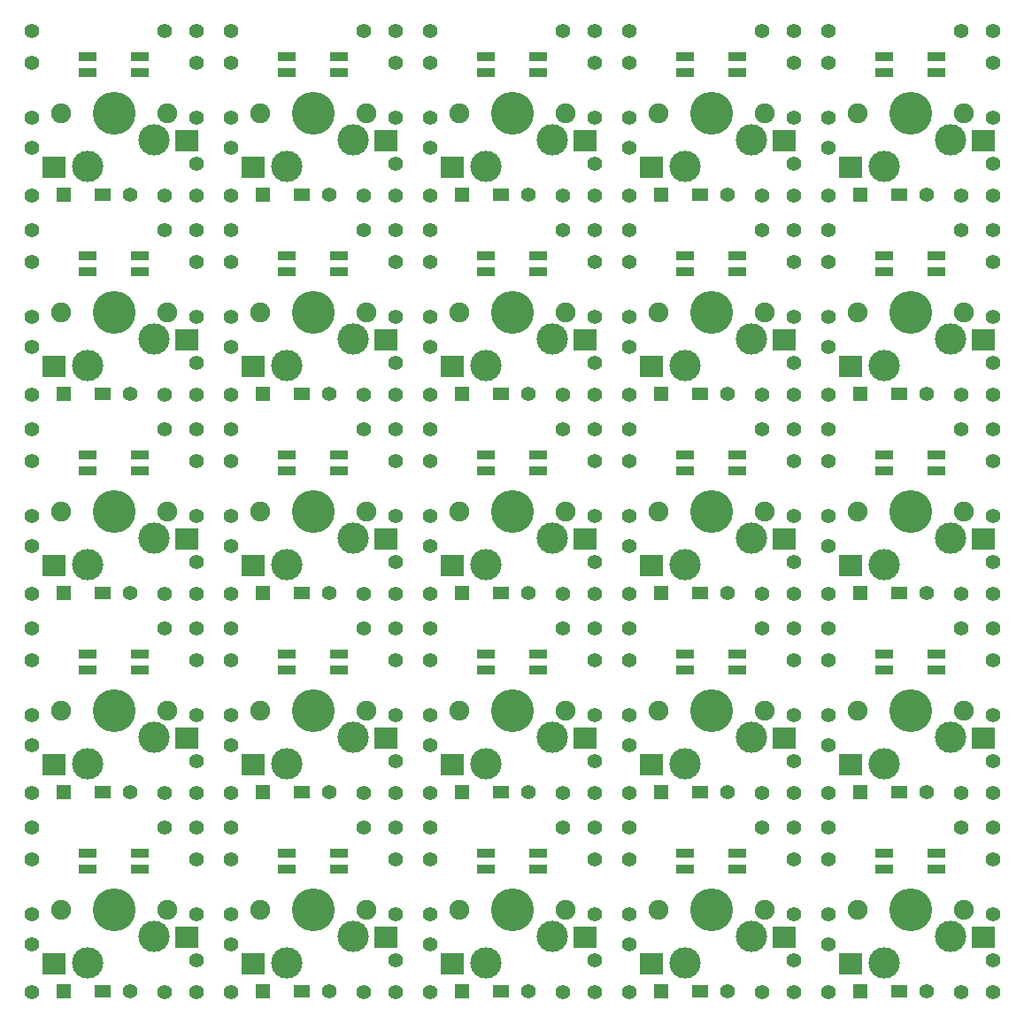
<source format=gbs>
%TF.GenerationSoftware,KiCad,Pcbnew,(6.0.0-0)*%
%TF.CreationDate,2022-01-01T10:49:50+00:00*%
%TF.ProjectId,Sarcodina,53617263-6f64-4696-9e61-2e6b69636164,rev?*%
%TF.SameCoordinates,Original*%
%TF.FileFunction,Soldermask,Bot*%
%TF.FilePolarity,Negative*%
%FSLAX46Y46*%
G04 Gerber Fmt 4.6, Leading zero omitted, Abs format (unit mm)*
G04 Created by KiCad (PCBNEW (6.0.0-0)) date 2022-01-01 10:49:50*
%MOMM*%
%LPD*%
G01*
G04 APERTURE LIST*
%ADD10C,1.397000*%
%ADD11C,1.900000*%
%ADD12C,3.000000*%
%ADD13C,4.100000*%
%ADD14R,2.300000X2.000000*%
%ADD15R,1.400000X1.400000*%
%ADD16C,1.400000*%
%ADD17R,1.600000X1.200000*%
%ADD18R,1.800000X0.820000*%
G04 APERTURE END LIST*
D10*
%TO.C,65*%
X90678000Y-95504000D03*
%TD*%
%TO.C,*%
X109728000Y-49276000D03*
%TD*%
%TO.C,\u002A\u002A81*%
X106426000Y-77978000D03*
%TD*%
%TO.C,\u002A\u002A48*%
X90678000Y-46228000D03*
%TD*%
%TO.C,\u002A\u002A11*%
X106426000Y-39878000D03*
%TD*%
%TO.C,\u002A\u002A37*%
X84328000Y-61976000D03*
%TD*%
%TO.C,\u002A\u002A23*%
X141478000Y-42926000D03*
%TD*%
%TO.C,\u002A\u002A50*%
X109728000Y-61976000D03*
%TD*%
%TO.C,\u002A\u002A114*%
X103378000Y-100076000D03*
%TD*%
%TO.C,\u002A\u002A156*%
X122428000Y-119126000D03*
%TD*%
%TO.C,62*%
X71628000Y-92583000D03*
%TD*%
%TO.C,\u002A\u002A62*%
X128778000Y-46228000D03*
%TD*%
%TO.C,\u002A\u002A5*%
X87376000Y-30226000D03*
%TD*%
%TO.C,\u002A\u002A140*%
X68326000Y-103378000D03*
%TD*%
%TO.C,\u002A\u002A153*%
X90678000Y-103378000D03*
%TD*%
%TO.C,\u002A\u002A*%
X68326000Y-30226000D03*
%TD*%
%TO.C,\u002A\u002A167*%
X128778000Y-103378000D03*
%TD*%
%TO.C,\u002A\u002A88*%
X125476000Y-77978000D03*
%TD*%
%TO.C,*%
X52578000Y-49276000D03*
%TD*%
%TO.C,\u002A\u002A109*%
X87376000Y-97028000D03*
%TD*%
%TO.C,\u002A\u002A19*%
X125476000Y-30226000D03*
%TD*%
%TO.C,\u002A\u002A123*%
X125476000Y-97028000D03*
%TD*%
%TO.C,96*%
X141478000Y-103378000D03*
%TD*%
%TO.C,\u002A\u002A166*%
X144526000Y-106426000D03*
%TD*%
%TO.C,\u002A\u002A69*%
X52578000Y-65278000D03*
%TD*%
D11*
%TO.C,SW22*%
X84582000Y-111252000D03*
X74422000Y-111252000D03*
D12*
X76962000Y-116332000D03*
X83312000Y-113792000D03*
D13*
X79502000Y-111252000D03*
D14*
X86502000Y-113832000D03*
X73802000Y-116372000D03*
%TD*%
D13*
%TO.C,SW15*%
X136652000Y-73152000D03*
D11*
X141732000Y-73152000D03*
D12*
X134112000Y-78232000D03*
X140462000Y-75692000D03*
D11*
X131572000Y-73152000D03*
D14*
X143652000Y-75732000D03*
X130952000Y-78272000D03*
%TD*%
D10*
%TO.C,\u002A\u002A38*%
X87376000Y-61976000D03*
%TD*%
%TO.C,\u002A\u002A47*%
X106426000Y-49276000D03*
%TD*%
%TO.C,33*%
X128778000Y-57404000D03*
%TD*%
%TO.C,91*%
X125476000Y-111633000D03*
%TD*%
%TO.C,\u002A\u002A157*%
X125476000Y-119126000D03*
%TD*%
%TO.C,\u002A\u002A144*%
X87376000Y-116078000D03*
%TD*%
%TO.C,\u002A\u002A129*%
X144526000Y-100076000D03*
%TD*%
%TO.C,\u002A\u002A82*%
X106426000Y-68326000D03*
%TD*%
%TO.C,*%
X128778000Y-106426000D03*
%TD*%
%TO.C,*%
X52578000Y-38354000D03*
%TD*%
%TO.C,\u002A\u002A2*%
X84328000Y-42926000D03*
%TD*%
%TO.C,\u002A\u002A91*%
X125476000Y-65278000D03*
%TD*%
%TO.C,\u002A\u002A147*%
X87376000Y-103378000D03*
%TD*%
%TO.C,\u002A\u002A52*%
X125476000Y-61976000D03*
%TD*%
%TO.C,63*%
X87376000Y-92583000D03*
%TD*%
%TO.C,\u002A\u002A71*%
X71628000Y-81026000D03*
%TD*%
%TO.C,*%
X90678000Y-49276000D03*
%TD*%
%TO.C,87*%
X106426000Y-111633000D03*
%TD*%
%TO.C,\u002A\u002A143*%
X87376000Y-119126000D03*
%TD*%
D15*
%TO.C,D*%
X131826000Y-118999000D03*
D16*
X138176000Y-118999000D03*
D17*
X135526000Y-118999000D03*
%TD*%
D13*
%TO.C,SW24*%
X117602000Y-111252000D03*
D12*
X121412000Y-113792000D03*
D11*
X112522000Y-111252000D03*
X122682000Y-111252000D03*
D12*
X115062000Y-116332000D03*
D14*
X124602000Y-113832000D03*
X111902000Y-116372000D03*
%TD*%
D10*
%TO.C,49*%
X109728000Y-76454000D03*
%TD*%
%TO.C,\u002A\u002A*%
X68326000Y-27178000D03*
%TD*%
%TO.C,71*%
X125476000Y-92583000D03*
%TD*%
%TO.C,54*%
X128778000Y-73533000D03*
%TD*%
D15*
%TO.C,D*%
X93726000Y-118999000D03*
D16*
X100076000Y-118999000D03*
D17*
X97426000Y-118999000D03*
%TD*%
D15*
%TO.C,D*%
X55626000Y-118999000D03*
D17*
X59326000Y-118999000D03*
D16*
X61976000Y-118999000D03*
%TD*%
D10*
%TO.C,43*%
X87376000Y-73533000D03*
%TD*%
%TO.C,\u002A\u002A148*%
X90678000Y-119126000D03*
%TD*%
%TO.C,\u002A\u002A89*%
X125476000Y-68326000D03*
%TD*%
%TO.C,*%
X65278000Y-27178000D03*
%TD*%
%TO.C,\u002A\u002A43*%
X90678000Y-61976000D03*
%TD*%
%TO.C,\u002A\u002A139*%
X52578000Y-103378000D03*
%TD*%
%TO.C,\u002A\u002A54*%
X125476000Y-49276000D03*
%TD*%
%TO.C,\u002A\u002A90*%
X109728000Y-65278000D03*
%TD*%
%TO.C,47*%
X106426000Y-73533000D03*
%TD*%
%TO.C,79*%
X68326000Y-111633000D03*
%TD*%
%TO.C,\u002A\u002A146*%
X71628000Y-103378000D03*
%TD*%
D15*
%TO.C,D*%
X74676000Y-42799000D03*
D16*
X81026000Y-42799000D03*
D17*
X78376000Y-42799000D03*
%TD*%
D10*
%TO.C,10*%
X109728000Y-35433000D03*
%TD*%
%TO.C,\u002A\u002A68*%
X68326000Y-68326000D03*
%TD*%
D13*
%TO.C,SW19*%
X117602000Y-92202000D03*
D11*
X112522000Y-92202000D03*
D12*
X115062000Y-97282000D03*
X121412000Y-94742000D03*
D11*
X122682000Y-92202000D03*
D14*
X124602000Y-94782000D03*
X111902000Y-97322000D03*
%TD*%
D10*
%TO.C,\u002A\u002A67*%
X68326000Y-77978000D03*
%TD*%
D12*
%TO.C,SW10*%
X140462000Y-56642000D03*
D11*
X131572000Y-54102000D03*
D12*
X134112000Y-59182000D03*
D13*
X136652000Y-54102000D03*
D11*
X141732000Y-54102000D03*
D14*
X143652000Y-56682000D03*
X130952000Y-59222000D03*
%TD*%
D10*
%TO.C,80*%
X65278000Y-103378000D03*
%TD*%
%TO.C,\u002A\u002A29*%
X52578000Y-61976000D03*
%TD*%
%TO.C,\u002A\u002A*%
X68326000Y-42926000D03*
%TD*%
D11*
%TO.C,SW25*%
X131572000Y-111252000D03*
D13*
X136652000Y-111252000D03*
D11*
X141732000Y-111252000D03*
D12*
X134112000Y-116332000D03*
X140462000Y-113792000D03*
D14*
X143652000Y-113832000D03*
X130952000Y-116372000D03*
%TD*%
D10*
%TO.C,\u002A\u002A15*%
X109728000Y-42926000D03*
%TD*%
%TO.C,\u002A\u002A25*%
X144526000Y-39878000D03*
%TD*%
%TO.C,\u002A\u002A45*%
X106426000Y-61976000D03*
%TD*%
D15*
%TO.C,D*%
X131826000Y-61849000D03*
D17*
X135526000Y-61849000D03*
D16*
X138176000Y-61849000D03*
%TD*%
D10*
%TO.C,74*%
X128778000Y-92583000D03*
%TD*%
%TO.C,8*%
X103378000Y-27178000D03*
%TD*%
%TO.C,\u002A\u002A*%
X52578000Y-27178000D03*
%TD*%
%TO.C,\u002A\u002A53*%
X125476000Y-58928000D03*
%TD*%
%TO.C,\u002A\u002A159*%
X125476000Y-106426000D03*
%TD*%
%TO.C,*%
X52578000Y-106426000D03*
%TD*%
%TO.C,77*%
X52578000Y-114554000D03*
%TD*%
%TO.C,22*%
X71628000Y-54483000D03*
%TD*%
%TO.C,11*%
X125476000Y-35433000D03*
%TD*%
%TO.C,\u002A\u002A165*%
X144526000Y-116078000D03*
%TD*%
%TO.C,\u002A\u002A39*%
X87376000Y-58928000D03*
%TD*%
%TO.C,\u002A\u002A17*%
X125476000Y-42926000D03*
%TD*%
%TO.C,\u002A\u002A127*%
X128778000Y-100076000D03*
%TD*%
%TO.C,18*%
X52578000Y-54483000D03*
%TD*%
%TO.C,\u002A\u002A57*%
X128778000Y-61976000D03*
%TD*%
D11*
%TO.C,SW12*%
X74422000Y-73152000D03*
D12*
X83312000Y-75692000D03*
X76962000Y-78232000D03*
D13*
X79502000Y-73152000D03*
D11*
X84582000Y-73152000D03*
D14*
X86502000Y-75732000D03*
X73802000Y-78272000D03*
%TD*%
D10*
%TO.C,\u002A\u002A130*%
X144526000Y-97028000D03*
%TD*%
%TO.C,\u002A\u002A162*%
X128778000Y-119126000D03*
%TD*%
%TO.C,\u002A\u002A138*%
X68326000Y-106426000D03*
%TD*%
%TO.C,72*%
X122428000Y-84328000D03*
%TD*%
%TO.C,81*%
X71628000Y-114554000D03*
%TD*%
D13*
%TO.C,SW4*%
X117602000Y-35052000D03*
D11*
X112522000Y-35052000D03*
D12*
X121412000Y-37592000D03*
X115062000Y-40132000D03*
D11*
X122682000Y-35052000D03*
D14*
X124602000Y-37632000D03*
X111902000Y-40172000D03*
%TD*%
D10*
%TO.C,\u002A\u002A160*%
X109728000Y-103378000D03*
%TD*%
%TO.C,\u002A\u002A59*%
X144526000Y-61976000D03*
%TD*%
%TO.C,\u002A\u002A101*%
X68326000Y-100076000D03*
%TD*%
%TO.C,\u002A\u002A33*%
X68326000Y-49276000D03*
%TD*%
%TO.C,\u002A\u002A97*%
X128778000Y-65278000D03*
%TD*%
%TO.C,\u002A\u002A60*%
X144526000Y-58928000D03*
%TD*%
D15*
%TO.C,D*%
X112776000Y-80899000D03*
D16*
X119126000Y-80899000D03*
D17*
X116476000Y-80899000D03*
%TD*%
D10*
%TO.C,68*%
X103378000Y-84328000D03*
%TD*%
%TO.C,94*%
X128778000Y-111633000D03*
%TD*%
%TO.C,*%
X52578000Y-30226000D03*
%TD*%
%TO.C,46*%
X90678000Y-73533000D03*
%TD*%
%TO.C,60*%
X65278000Y-84328000D03*
%TD*%
%TO.C,9*%
X109728000Y-38354000D03*
%TD*%
%TO.C,89*%
X109728000Y-114554000D03*
%TD*%
%TO.C,14*%
X128778000Y-35433000D03*
%TD*%
%TO.C,*%
X71628000Y-106426000D03*
%TD*%
%TO.C,\u002A\u002A149*%
X103378000Y-119126000D03*
%TD*%
%TO.C,\u002A\u002A56*%
X125476000Y-46228000D03*
%TD*%
%TO.C,\u002A\u002A63*%
X144526000Y-46228000D03*
%TD*%
%TO.C,\u002A\u002A76*%
X71628000Y-65278000D03*
%TD*%
%TO.C,\u002A\u002A151*%
X106426000Y-116078000D03*
%TD*%
D15*
%TO.C,D*%
X55626000Y-42799000D03*
D16*
X61976000Y-42799000D03*
D17*
X59326000Y-42799000D03*
%TD*%
D10*
%TO.C,\u002A\u002A95*%
X144526000Y-77978000D03*
%TD*%
%TO.C,\u002A\u002A8*%
X90678000Y-42926000D03*
%TD*%
%TO.C,32*%
X122428000Y-46228000D03*
%TD*%
%TO.C,\u002A\u002A112*%
X87376000Y-84328000D03*
%TD*%
%TO.C,\u002A\u002A84*%
X106426000Y-65278000D03*
%TD*%
%TO.C,\u002A\u002A6*%
X71628000Y-27178000D03*
%TD*%
%TO.C,\u002A\u002A110*%
X87376000Y-87376000D03*
%TD*%
%TO.C,26*%
X90678000Y-54483000D03*
%TD*%
%TO.C,\u002A\u002A152*%
X106426000Y-106426000D03*
%TD*%
%TO.C,*%
X109728000Y-30226000D03*
%TD*%
%TO.C,\u002A\u002A94*%
X144526000Y-81026000D03*
%TD*%
%TO.C,*%
X71628000Y-30226000D03*
%TD*%
%TO.C,*%
X71628000Y-49276000D03*
%TD*%
%TO.C,\u002A\u002A161*%
X125476000Y-103378000D03*
%TD*%
%TO.C,\u002A\u002A77*%
X87376000Y-65278000D03*
%TD*%
%TO.C,12*%
X122428000Y-27178000D03*
%TD*%
%TO.C,\u002A\u002A74*%
X87376000Y-77978000D03*
%TD*%
%TO.C,\u002A\u002A4*%
X87376000Y-39878000D03*
%TD*%
D12*
%TO.C,SW20*%
X140462000Y-94742000D03*
D13*
X136652000Y-92202000D03*
D11*
X131572000Y-92202000D03*
X141732000Y-92202000D03*
D12*
X134112000Y-97282000D03*
D14*
X143652000Y-94782000D03*
X130952000Y-97322000D03*
%TD*%
D10*
%TO.C,64*%
X84328000Y-84328000D03*
%TD*%
%TO.C,20*%
X65278000Y-46228000D03*
%TD*%
%TO.C,*%
X109728000Y-106426000D03*
%TD*%
%TO.C,\u002A\u002A28*%
X144526000Y-27178000D03*
%TD*%
D12*
%TO.C,SW2*%
X83312000Y-37592000D03*
D11*
X84582000Y-35052000D03*
D12*
X76962000Y-40132000D03*
D11*
X74422000Y-35052000D03*
D13*
X79502000Y-35052000D03*
D14*
X86502000Y-37632000D03*
X73802000Y-40172000D03*
%TD*%
D15*
%TO.C,D*%
X93726000Y-99949000D03*
D17*
X97426000Y-99949000D03*
D16*
X100076000Y-99949000D03*
%TD*%
D10*
%TO.C,\u002A\u002A121*%
X122428000Y-100076000D03*
%TD*%
D13*
%TO.C,SW11*%
X60452000Y-73152000D03*
D11*
X65532000Y-73152000D03*
D12*
X64262000Y-75692000D03*
X57912000Y-78232000D03*
D11*
X55372000Y-73152000D03*
D14*
X67452000Y-75732000D03*
X54752000Y-78272000D03*
%TD*%
D10*
%TO.C,\u002A\u002A16*%
X122428000Y-42926000D03*
%TD*%
%TO.C,\u002A\u002A92*%
X128778000Y-81026000D03*
%TD*%
%TO.C,57*%
X52578000Y-95504000D03*
%TD*%
%TO.C,59*%
X68326000Y-92583000D03*
%TD*%
%TO.C,\u002A\u002A136*%
X68326000Y-119126000D03*
%TD*%
%TO.C,\u002A\u002A119*%
X106426000Y-84328000D03*
%TD*%
%TO.C,82*%
X71628000Y-111633000D03*
%TD*%
%TO.C,\u002A\u002A132*%
X128778000Y-84328000D03*
%TD*%
%TO.C,78*%
X52578000Y-111633000D03*
%TD*%
%TO.C,*%
X128778000Y-49276000D03*
%TD*%
%TO.C,\u002A\u002A49*%
X106426000Y-46228000D03*
%TD*%
%TO.C,\u002A\u002A34*%
X52578000Y-46228000D03*
%TD*%
%TO.C,67*%
X106426000Y-92583000D03*
%TD*%
%TO.C,75*%
X144526000Y-92583000D03*
%TD*%
D11*
%TO.C,SW9*%
X122682000Y-54102000D03*
X112522000Y-54102000D03*
D12*
X115062000Y-59182000D03*
X121412000Y-56642000D03*
D13*
X117602000Y-54102000D03*
D14*
X124602000Y-56682000D03*
X111902000Y-59222000D03*
%TD*%
D10*
%TO.C,\u002A\u002A154*%
X106426000Y-103378000D03*
%TD*%
D15*
%TO.C,D*%
X131826000Y-99949000D03*
D17*
X135526000Y-99949000D03*
D16*
X138176000Y-99949000D03*
%TD*%
D10*
%TO.C,\u002A\u002A65*%
X65278000Y-81026000D03*
%TD*%
%TO.C,\u002A\u002A85*%
X109728000Y-81026000D03*
%TD*%
D15*
%TO.C,D*%
X55626000Y-61849000D03*
D17*
X59326000Y-61849000D03*
D16*
X61976000Y-61849000D03*
%TD*%
D10*
%TO.C,1*%
X71628000Y-38354000D03*
%TD*%
D15*
%TO.C,D*%
X74676000Y-118999000D03*
D16*
X81026000Y-118999000D03*
D17*
X78376000Y-118999000D03*
%TD*%
D10*
%TO.C,\u002A\u002A51*%
X122428000Y-61976000D03*
%TD*%
%TO.C,*%
X71628000Y-68326000D03*
%TD*%
%TO.C,\u002A\u002A58*%
X141478000Y-61976000D03*
%TD*%
%TO.C,23*%
X87376000Y-54483000D03*
%TD*%
%TO.C,\u002A\u002A61*%
X144526000Y-49276000D03*
%TD*%
%TO.C,\u002A\u002A128*%
X141478000Y-100076000D03*
%TD*%
%TO.C,85*%
X90678000Y-114554000D03*
%TD*%
%TO.C,\u002A\u002A72*%
X84328000Y-81026000D03*
%TD*%
%TO.C,\u002A\u002A46*%
X106426000Y-58928000D03*
%TD*%
%TO.C,\u002A\u002A*%
X52578000Y-42926000D03*
%TD*%
%TO.C,19*%
X68326000Y-54483000D03*
%TD*%
%TO.C,44*%
X84328000Y-65278000D03*
%TD*%
%TO.C,\u002A\u002A118*%
X90678000Y-84328000D03*
%TD*%
%TO.C,\u002A\u002A10*%
X106426000Y-42926000D03*
%TD*%
%TO.C,\u002A\u002A78*%
X90678000Y-81026000D03*
%TD*%
%TO.C,\u002A\u002A80*%
X106426000Y-81026000D03*
%TD*%
D15*
%TO.C,D*%
X93726000Y-80899000D03*
D16*
X100076000Y-80899000D03*
D17*
X97426000Y-80899000D03*
%TD*%
D10*
%TO.C,\u002A\u002A168*%
X144526000Y-103378000D03*
%TD*%
%TO.C,16*%
X141478000Y-27178000D03*
%TD*%
%TO.C,\u002A\u002A93*%
X141478000Y-81026000D03*
%TD*%
%TO.C,*%
X109728000Y-87376000D03*
%TD*%
%TO.C,\u002A\u002A131*%
X144526000Y-87376000D03*
%TD*%
%TO.C,13*%
X128778000Y-38354000D03*
%TD*%
%TO.C,\u002A\u002A30*%
X65278000Y-61976000D03*
%TD*%
%TO.C,*%
X128778000Y-30226000D03*
%TD*%
%TO.C,52*%
X122428000Y-65278000D03*
%TD*%
%TO.C,\u002A\u002A26*%
X144526000Y-30226000D03*
%TD*%
%TO.C,41*%
X71628000Y-76454000D03*
%TD*%
%TO.C,\u002A\u002A20*%
X109728000Y-27178000D03*
%TD*%
%TO.C,48*%
X103378000Y-65278000D03*
%TD*%
%TO.C,\u002A\u002A100*%
X65278000Y-100076000D03*
%TD*%
%TO.C,30*%
X109728000Y-54483000D03*
%TD*%
%TO.C,55*%
X144526000Y-73533000D03*
%TD*%
%TO.C,\u002A\u002A18*%
X125476000Y-39878000D03*
%TD*%
D15*
%TO.C,D*%
X112776000Y-42799000D03*
D17*
X116476000Y-42799000D03*
D16*
X119126000Y-42799000D03*
%TD*%
D10*
%TO.C,\u002A\u002A99*%
X52578000Y-100076000D03*
%TD*%
%TO.C,\u002A\u002A1*%
X71628000Y-42926000D03*
%TD*%
%TO.C,\u002A\u002A96*%
X144526000Y-68326000D03*
%TD*%
%TO.C,\u002A\u002A135*%
X65278000Y-119126000D03*
%TD*%
%TO.C,*%
X90678000Y-106426000D03*
%TD*%
%TO.C,34*%
X128778000Y-54483000D03*
%TD*%
%TO.C,\u002A\u002A31*%
X68326000Y-61976000D03*
%TD*%
D15*
%TO.C,D*%
X74676000Y-80899000D03*
D16*
X81026000Y-80899000D03*
D17*
X78376000Y-80899000D03*
%TD*%
D10*
%TO.C,29*%
X109728000Y-57404000D03*
%TD*%
%TO.C,*%
X90678000Y-30226000D03*
%TD*%
%TO.C,21*%
X71628000Y-57404000D03*
%TD*%
%TO.C,\u002A\u002A7*%
X87376000Y-27178000D03*
%TD*%
%TO.C,\u002A\u002A142*%
X84328000Y-119126000D03*
%TD*%
%TO.C,\u002A\u002A141*%
X71628000Y-119126000D03*
%TD*%
%TO.C,\u002A\u002A70*%
X68326000Y-65278000D03*
%TD*%
D15*
%TO.C,D*%
X74676000Y-99949000D03*
D17*
X78376000Y-99949000D03*
D16*
X81026000Y-99949000D03*
%TD*%
D10*
%TO.C,2*%
X71628000Y-35433000D03*
%TD*%
%TO.C,*%
X71628000Y-87376000D03*
%TD*%
%TO.C,28*%
X103378000Y-46228000D03*
%TD*%
D11*
%TO.C,SW1*%
X55372000Y-35052000D03*
D12*
X64262000Y-37592000D03*
D13*
X60452000Y-35052000D03*
D12*
X57912000Y-40132000D03*
D11*
X65532000Y-35052000D03*
D14*
X67452000Y-37632000D03*
X54752000Y-40172000D03*
%TD*%
D15*
%TO.C,D*%
X93726000Y-61849000D03*
D16*
X100076000Y-61849000D03*
D17*
X97426000Y-61849000D03*
%TD*%
D10*
%TO.C,88*%
X103378000Y-103378000D03*
%TD*%
%TO.C,\u002A\u002A32*%
X68326000Y-58928000D03*
%TD*%
%TO.C,90*%
X109728000Y-111633000D03*
%TD*%
%TO.C,\u002A\u002A133*%
X144526000Y-84328000D03*
%TD*%
%TO.C,\u002A\u002A36*%
X71628000Y-61976000D03*
%TD*%
%TO.C,6*%
X90678000Y-35433000D03*
%TD*%
%TO.C,25*%
X90678000Y-57404000D03*
%TD*%
D15*
%TO.C,D*%
X131826000Y-42799000D03*
D16*
X138176000Y-42799000D03*
D17*
X135526000Y-42799000D03*
%TD*%
D10*
%TO.C,37*%
X52578000Y-76454000D03*
%TD*%
%TO.C,*%
X128778000Y-87376000D03*
%TD*%
%TO.C,\u002A\u002A64*%
X52578000Y-81026000D03*
%TD*%
%TO.C,\u002A\u002A86*%
X122428000Y-81026000D03*
%TD*%
%TO.C,27*%
X106426000Y-54483000D03*
%TD*%
%TO.C,\u002A\u002A*%
X65278000Y-42926000D03*
%TD*%
%TO.C,38*%
X52578000Y-73533000D03*
%TD*%
%TO.C,5*%
X90678000Y-38354000D03*
%TD*%
%TO.C,\u002A\u002A134*%
X52578000Y-119126000D03*
%TD*%
%TO.C,15*%
X144526000Y-35433000D03*
%TD*%
%TO.C,36*%
X141478000Y-46228000D03*
%TD*%
%TO.C,40*%
X65278000Y-65278000D03*
%TD*%
%TO.C,\u002A\u002A41*%
X71628000Y-46228000D03*
%TD*%
%TO.C,*%
X52578000Y-87376000D03*
%TD*%
%TO.C,\u002A\u002A105*%
X68326000Y-84328000D03*
%TD*%
D13*
%TO.C,SW18*%
X98552000Y-92202000D03*
D12*
X96012000Y-97282000D03*
D11*
X103632000Y-92202000D03*
X93472000Y-92202000D03*
D12*
X102362000Y-94742000D03*
D14*
X105552000Y-94782000D03*
X92852000Y-97322000D03*
%TD*%
D10*
%TO.C,\u002A\u002A107*%
X84328000Y-100076000D03*
%TD*%
%TO.C,\u002A\u002A155*%
X109728000Y-119126000D03*
%TD*%
D12*
%TO.C,SW14*%
X121412000Y-75692000D03*
D11*
X112522000Y-73152000D03*
D13*
X117602000Y-73152000D03*
D11*
X122682000Y-73152000D03*
D12*
X115062000Y-78232000D03*
D14*
X124602000Y-75732000D03*
X111902000Y-78272000D03*
%TD*%
D10*
%TO.C,7*%
X106426000Y-35433000D03*
%TD*%
D12*
%TO.C,SW5*%
X140462000Y-37592000D03*
X134112000Y-40132000D03*
D11*
X131572000Y-35052000D03*
D13*
X136652000Y-35052000D03*
D11*
X141732000Y-35052000D03*
D14*
X143652000Y-37632000D03*
X130952000Y-40172000D03*
%TD*%
D10*
%TO.C,*%
X52578000Y-35433000D03*
%TD*%
%TO.C,92*%
X122428000Y-103378000D03*
%TD*%
%TO.C,\u002A\u002A137*%
X68326000Y-116078000D03*
%TD*%
%TO.C,17*%
X52578000Y-57404000D03*
%TD*%
%TO.C,\u002A\u002A111*%
X71628000Y-84328000D03*
%TD*%
%TO.C,45*%
X90678000Y-76454000D03*
%TD*%
%TO.C,42*%
X71628000Y-73533000D03*
%TD*%
%TO.C,\u002A\u002A75*%
X87376000Y-68326000D03*
%TD*%
%TO.C,\u002A\u002A55*%
X109728000Y-46228000D03*
%TD*%
%TO.C,\u002A\u002A163*%
X141478000Y-119126000D03*
%TD*%
%TO.C,\u002A\u002A120*%
X109728000Y-100076000D03*
%TD*%
%TO.C,\u002A\u002A*%
X68326000Y-39878000D03*
%TD*%
%TO.C,*%
X52578000Y-68326000D03*
%TD*%
%TO.C,84*%
X84328000Y-103378000D03*
%TD*%
%TO.C,\u002A\u002A42*%
X87376000Y-46228000D03*
%TD*%
%TO.C,\u002A\u002A122*%
X125476000Y-100076000D03*
%TD*%
%TO.C,86*%
X90678000Y-111633000D03*
%TD*%
%TO.C,24*%
X84328000Y-46228000D03*
%TD*%
%TO.C,61*%
X71628000Y-95504000D03*
%TD*%
%TO.C,\u002A\u002A145*%
X87376000Y-106426000D03*
%TD*%
%TO.C,\u002A\u002A158*%
X125476000Y-116078000D03*
%TD*%
%TO.C,83*%
X87376000Y-111633000D03*
%TD*%
%TO.C,35*%
X144526000Y-54483000D03*
%TD*%
%TO.C,\u002A\u002A116*%
X106426000Y-97028000D03*
%TD*%
D11*
%TO.C,SW21*%
X55372000Y-111252000D03*
D12*
X64262000Y-113792000D03*
D11*
X65532000Y-111252000D03*
D13*
X60452000Y-111252000D03*
D12*
X57912000Y-116332000D03*
D14*
X67452000Y-113832000D03*
X54752000Y-116372000D03*
%TD*%
D10*
%TO.C,\u002A\u002A115*%
X106426000Y-100076000D03*
%TD*%
%TO.C,\u002A\u002A150*%
X106426000Y-119126000D03*
%TD*%
%TO.C,56*%
X141478000Y-65278000D03*
%TD*%
%TO.C,\u002A\u002A108*%
X87376000Y-100076000D03*
%TD*%
%TO.C,53*%
X128778000Y-76454000D03*
%TD*%
%TO.C,66*%
X90678000Y-92583000D03*
%TD*%
%TO.C,*%
X90678000Y-68326000D03*
%TD*%
%TO.C,\u002A\u002A113*%
X90678000Y-100076000D03*
%TD*%
%TO.C,\u002A\u002A117*%
X106426000Y-87376000D03*
%TD*%
%TO.C,\u002A\u002A21*%
X125476000Y-27178000D03*
%TD*%
%TO.C,31*%
X125476000Y-54483000D03*
%TD*%
D11*
%TO.C,SW3*%
X93472000Y-35052000D03*
D12*
X96012000Y-40132000D03*
D11*
X103632000Y-35052000D03*
D13*
X98552000Y-35052000D03*
D12*
X102362000Y-37592000D03*
D14*
X105552000Y-37632000D03*
X92852000Y-40172000D03*
%TD*%
D12*
%TO.C,SW13*%
X96012000Y-78232000D03*
D11*
X93472000Y-73152000D03*
X103632000Y-73152000D03*
D13*
X98552000Y-73152000D03*
D12*
X102362000Y-75692000D03*
D14*
X105552000Y-75732000D03*
X92852000Y-78272000D03*
%TD*%
D15*
%TO.C,D*%
X112776000Y-99949000D03*
D17*
X116476000Y-99949000D03*
D16*
X119126000Y-99949000D03*
%TD*%
D15*
%TO.C,D*%
X112776000Y-61849000D03*
D17*
X116476000Y-61849000D03*
D16*
X119126000Y-61849000D03*
%TD*%
D10*
%TO.C,51*%
X125476000Y-73533000D03*
%TD*%
%TO.C,\u002A\u002A106*%
X71628000Y-100076000D03*
%TD*%
D11*
%TO.C,SW6*%
X65532000Y-54102000D03*
D12*
X64262000Y-56642000D03*
X57912000Y-59182000D03*
D13*
X60452000Y-54102000D03*
D11*
X55372000Y-54102000D03*
D14*
X67452000Y-56682000D03*
X54752000Y-59222000D03*
%TD*%
D10*
%TO.C,73*%
X128778000Y-95504000D03*
%TD*%
%TO.C,\u002A\u002A98*%
X144526000Y-65278000D03*
%TD*%
D15*
%TO.C,D*%
X55626000Y-80899000D03*
D17*
X59326000Y-80899000D03*
D16*
X61976000Y-80899000D03*
%TD*%
D10*
%TO.C,\u002A\u002A24*%
X144526000Y-42926000D03*
%TD*%
%TO.C,\u002A\u002A12*%
X106426000Y-30226000D03*
%TD*%
%TO.C,\u002A\u002A102*%
X68326000Y-97028000D03*
%TD*%
%TO.C,50*%
X109728000Y-73533000D03*
%TD*%
%TO.C,\u002A\u002A14*%
X106426000Y-27178000D03*
%TD*%
%TO.C,\u002A\u002A3*%
X87376000Y-42926000D03*
%TD*%
%TO.C,\u002A\u002A66*%
X68326000Y-81026000D03*
%TD*%
%TO.C,\u002A\u002A104*%
X52578000Y-84328000D03*
%TD*%
%TO.C,\u002A\u002A164*%
X144526000Y-119126000D03*
%TD*%
D13*
%TO.C,SW16*%
X60452000Y-92202000D03*
D11*
X65532000Y-92202000D03*
D12*
X64262000Y-94742000D03*
D11*
X55372000Y-92202000D03*
D12*
X57912000Y-97282000D03*
D14*
X67452000Y-94782000D03*
X54752000Y-97322000D03*
%TD*%
D10*
%TO.C,58*%
X52578000Y-92583000D03*
%TD*%
D15*
%TO.C,D*%
X55626000Y-99949000D03*
D17*
X59326000Y-99949000D03*
D16*
X61976000Y-99949000D03*
%TD*%
D10*
%TO.C,\u002A\u002A73*%
X87376000Y-81026000D03*
%TD*%
%TO.C,\u002A\u002A44*%
X103378000Y-61976000D03*
%TD*%
%TO.C,\u002A\u002A40*%
X87376000Y-49276000D03*
%TD*%
%TO.C,*%
X68326000Y-35433000D03*
%TD*%
%TO.C,\u002A\u002A83*%
X90678000Y-65278000D03*
%TD*%
D11*
%TO.C,SW23*%
X103632000Y-111252000D03*
X93472000Y-111252000D03*
D12*
X102362000Y-113792000D03*
X96012000Y-116332000D03*
D13*
X98552000Y-111252000D03*
D14*
X105552000Y-113832000D03*
X92852000Y-116372000D03*
%TD*%
D10*
%TO.C,39*%
X68326000Y-73533000D03*
%TD*%
%TO.C,\u002A\u002A126*%
X125476000Y-84328000D03*
%TD*%
%TO.C,\u002A\u002A79*%
X103378000Y-81026000D03*
%TD*%
%TO.C,\u002A\u002A9*%
X103378000Y-42926000D03*
%TD*%
%TO.C,\u002A\u002A13*%
X90678000Y-27178000D03*
%TD*%
%TO.C,*%
X109728000Y-68326000D03*
%TD*%
D15*
%TO.C,D*%
X112776000Y-118999000D03*
D17*
X116476000Y-118999000D03*
D16*
X119126000Y-118999000D03*
%TD*%
D10*
%TO.C,3*%
X87376000Y-35433000D03*
%TD*%
%TO.C,70*%
X109728000Y-92583000D03*
%TD*%
%TO.C,95*%
X144526000Y-111633000D03*
%TD*%
%TO.C,93*%
X128778000Y-114554000D03*
%TD*%
%TO.C,*%
X128778000Y-68326000D03*
%TD*%
%TO.C,76*%
X141478000Y-84328000D03*
%TD*%
%TO.C,\u002A\u002A22*%
X128778000Y-42926000D03*
%TD*%
%TO.C,69*%
X109728000Y-95504000D03*
%TD*%
%TO.C,\u002A\u002A87*%
X125476000Y-81026000D03*
%TD*%
%TO.C,\u002A\u002A27*%
X128778000Y-27178000D03*
%TD*%
D15*
%TO.C,D*%
X93726000Y-42799000D03*
D17*
X97426000Y-42799000D03*
D16*
X100076000Y-42799000D03*
%TD*%
D10*
%TO.C,4*%
X84328000Y-27178000D03*
%TD*%
D11*
%TO.C,SW17*%
X84582000Y-92202000D03*
D12*
X76962000Y-97282000D03*
D11*
X74422000Y-92202000D03*
D13*
X79502000Y-92202000D03*
D12*
X83312000Y-94742000D03*
D14*
X86502000Y-94782000D03*
X73802000Y-97322000D03*
%TD*%
D10*
%TO.C,\u002A\u002A35*%
X68326000Y-46228000D03*
%TD*%
%TO.C,\u002A\u002A103*%
X68326000Y-87376000D03*
%TD*%
D13*
%TO.C,SW7*%
X79502000Y-54102000D03*
D12*
X76962000Y-59182000D03*
D11*
X84582000Y-54102000D03*
D12*
X83312000Y-56642000D03*
D11*
X74422000Y-54102000D03*
D14*
X86502000Y-56682000D03*
X73802000Y-59222000D03*
%TD*%
D15*
%TO.C,D*%
X74676000Y-61849000D03*
D16*
X81026000Y-61849000D03*
D17*
X78376000Y-61849000D03*
%TD*%
D15*
%TO.C,D*%
X131826000Y-80899000D03*
D17*
X135526000Y-80899000D03*
D16*
X138176000Y-80899000D03*
%TD*%
D10*
%TO.C,\u002A\u002A124*%
X125476000Y-87376000D03*
%TD*%
%TO.C,\u002A\u002A125*%
X109728000Y-84328000D03*
%TD*%
%TO.C,*%
X90678000Y-87376000D03*
%TD*%
D13*
%TO.C,SW8*%
X98552000Y-54102000D03*
D12*
X102362000Y-56642000D03*
D11*
X103632000Y-54102000D03*
X93472000Y-54102000D03*
D12*
X96012000Y-59182000D03*
D14*
X105552000Y-56682000D03*
X92852000Y-59222000D03*
%TD*%
D18*
%TO.C,L1*%
X77002000Y-29603000D03*
X77002000Y-31103000D03*
X82002000Y-31103000D03*
X82002000Y-29603000D03*
%TD*%
%TO.C,L1*%
X96052000Y-105803000D03*
X96052000Y-107303000D03*
X101052000Y-107303000D03*
X101052000Y-105803000D03*
%TD*%
%TO.C,L1*%
X57952000Y-67703000D03*
X57952000Y-69203000D03*
X62952000Y-69203000D03*
X62952000Y-67703000D03*
%TD*%
%TO.C,L1*%
X115102000Y-48653000D03*
X115102000Y-50153000D03*
X120102000Y-50153000D03*
X120102000Y-48653000D03*
%TD*%
%TO.C,L1*%
X115102000Y-29603000D03*
X115102000Y-31103000D03*
X120102000Y-31103000D03*
X120102000Y-29603000D03*
%TD*%
%TO.C,L1*%
X96052000Y-29603000D03*
X96052000Y-31103000D03*
X101052000Y-31103000D03*
X101052000Y-29603000D03*
%TD*%
%TO.C,L1*%
X57952000Y-105803000D03*
X57952000Y-107303000D03*
X62952000Y-107303000D03*
X62952000Y-105803000D03*
%TD*%
%TO.C,L1*%
X57952000Y-48653000D03*
X57952000Y-50153000D03*
X62952000Y-50153000D03*
X62952000Y-48653000D03*
%TD*%
%TO.C,L1*%
X115102000Y-86753000D03*
X115102000Y-88253000D03*
X120102000Y-88253000D03*
X120102000Y-86753000D03*
%TD*%
%TO.C,L1*%
X134152000Y-67703000D03*
X134152000Y-69203000D03*
X139152000Y-69203000D03*
X139152000Y-67703000D03*
%TD*%
%TO.C,L1*%
X77002000Y-86753000D03*
X77002000Y-88253000D03*
X82002000Y-88253000D03*
X82002000Y-86753000D03*
%TD*%
%TO.C,L1*%
X134152000Y-48653000D03*
X134152000Y-50153000D03*
X139152000Y-50153000D03*
X139152000Y-48653000D03*
%TD*%
%TO.C,L1*%
X77002000Y-105803000D03*
X77002000Y-107303000D03*
X82002000Y-107303000D03*
X82002000Y-105803000D03*
%TD*%
%TO.C,L1*%
X96052000Y-86753000D03*
X96052000Y-88253000D03*
X101052000Y-88253000D03*
X101052000Y-86753000D03*
%TD*%
%TO.C,L1*%
X77002000Y-48653000D03*
X77002000Y-50153000D03*
X82002000Y-50153000D03*
X82002000Y-48653000D03*
%TD*%
%TO.C,L1*%
X57952000Y-86753000D03*
X57952000Y-88253000D03*
X62952000Y-88253000D03*
X62952000Y-86753000D03*
%TD*%
%TO.C,L1*%
X77002000Y-67703000D03*
X77002000Y-69203000D03*
X82002000Y-69203000D03*
X82002000Y-67703000D03*
%TD*%
%TO.C,L1*%
X96052000Y-48653000D03*
X96052000Y-50153000D03*
X101052000Y-50153000D03*
X101052000Y-48653000D03*
%TD*%
%TO.C,L1*%
X134152000Y-86753000D03*
X134152000Y-88253000D03*
X139152000Y-88253000D03*
X139152000Y-86753000D03*
%TD*%
%TO.C,L1*%
X115102000Y-67703000D03*
X115102000Y-69203000D03*
X120102000Y-69203000D03*
X120102000Y-67703000D03*
%TD*%
%TO.C,L1*%
X96052000Y-67703000D03*
X96052000Y-69203000D03*
X101052000Y-69203000D03*
X101052000Y-67703000D03*
%TD*%
%TO.C,L1*%
X134152000Y-105803000D03*
X134152000Y-107303000D03*
X139152000Y-107303000D03*
X139152000Y-105803000D03*
%TD*%
%TO.C,L1*%
X115102000Y-105803000D03*
X115102000Y-107303000D03*
X120102000Y-107303000D03*
X120102000Y-105803000D03*
%TD*%
%TO.C,L1*%
X134152000Y-29603000D03*
X134152000Y-31103000D03*
X139152000Y-31103000D03*
X139152000Y-29603000D03*
%TD*%
%TO.C,L1*%
X57952000Y-29603000D03*
X57952000Y-31103000D03*
X62952000Y-31103000D03*
X62952000Y-29603000D03*
%TD*%
M02*

</source>
